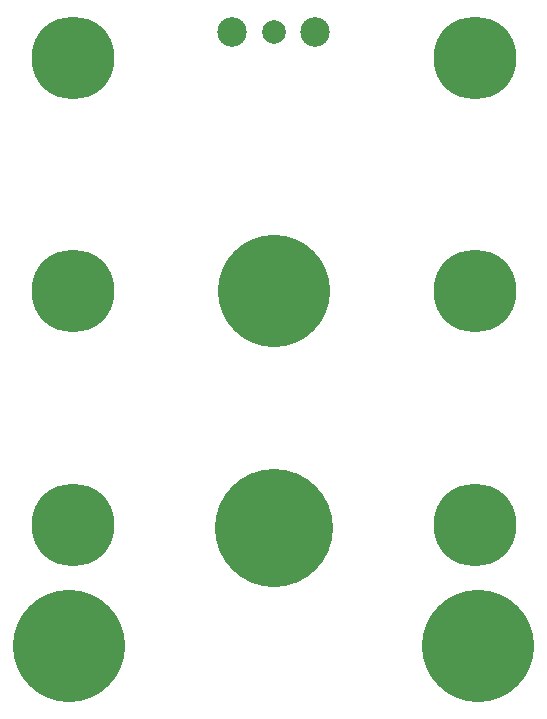
<source format=gts>
G04 #@! TF.GenerationSoftware,KiCad,Pcbnew,5.1.9+dfsg1-1+deb11u1*
G04 #@! TF.CreationDate,2024-03-25T13:58:39+09:00*
G04 #@! TF.ProjectId,base,62617365-2e6b-4696-9361-645f70636258,rev?*
G04 #@! TF.SameCoordinates,Original*
G04 #@! TF.FileFunction,Soldermask,Top*
G04 #@! TF.FilePolarity,Negative*
%FSLAX46Y46*%
G04 Gerber Fmt 4.6, Leading zero omitted, Abs format (unit mm)*
G04 Created by KiCad (PCBNEW 5.1.9+dfsg1-1+deb11u1) date 2024-03-25 13:58:39*
%MOMM*%
%LPD*%
G01*
G04 APERTURE LIST*
%ADD10C,7.000000*%
%ADD11C,10.000000*%
%ADD12C,9.500000*%
%ADD13C,2.500000*%
%ADD14C,2.000000*%
G04 APERTURE END LIST*
D10*
X177000000Y-129750000D03*
X177000000Y-110000000D03*
X177000000Y-90250000D03*
X143000000Y-90250000D03*
X143000000Y-110000000D03*
X143000000Y-129750000D03*
D11*
X160000000Y-130000000D03*
D12*
X142679492Y-140000000D03*
X160000000Y-110000000D03*
X177320508Y-140000000D03*
D13*
X156500000Y-88000000D03*
D14*
X160000000Y-88000000D03*
D13*
X163500000Y-88000000D03*
M02*

</source>
